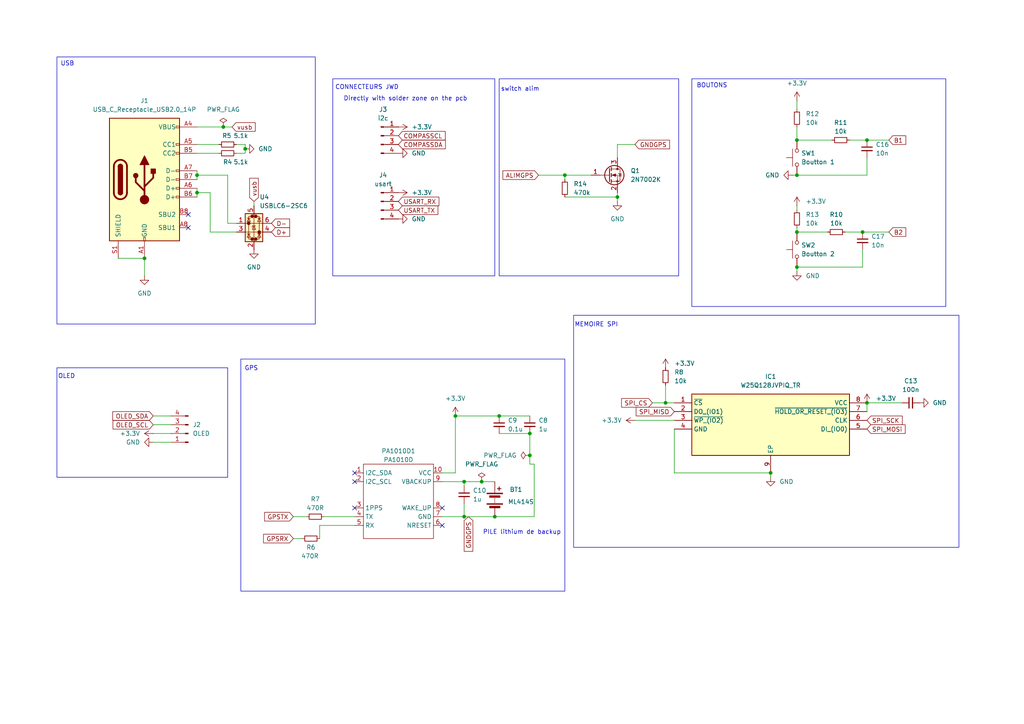
<source format=kicad_sch>
(kicad_sch (version 20231120) (generator "eeschema") (generator_version "8.0")
  (paper "A4")
  (title_block (title "Balise GPS") (date "2024-03-08") (rev "1.0") (company "ENSEA") (comment 1 "Pommery Mathieu"))
  (lib_symbols
    (symbol "Connector:Conn_01x04_Pin" (pin_names (offset 1.016) hide)
      (property "Reference" "J" (at 0 5.08 0))
      (property "Value" "Conn_01x04_Pin" (at 0 -7.62 0))
      (symbol "Conn_01x04_Pin_1_1"
        (polyline (pts (xy 1.27 -5.08) (xy 0.8636 -5.08)) (stroke (width 0.1524)))
        (polyline (pts (xy 1.27 -2.54) (xy 0.8636 -2.54)) (stroke (width 0.1524)))
        (polyline (pts (xy 1.27 0) (xy 0.8636 0)) (stroke (width 0.1524)))
        (polyline (pts (xy 1.27 2.54) (xy 0.8636 2.54)) (stroke (width 0.1524)))
        (rectangle (start 0.8636 -4.953) (end 0 -5.207) (stroke (width 0.1524)) (fill (type outline)))
        (rectangle (start 0.8636 -2.413) (end 0 -2.667) (stroke (width 0.1524)) (fill (type outline)))
        (rectangle (start 0.8636 0.127) (end 0 -0.127) (stroke (width 0.1524)) (fill (type outline)))
        (rectangle (start 0.8636 2.667) (end 0 2.413) (stroke (width 0.1524)) (fill (type outline)))
        (pin passive line (at 5.08 2.54 180) (length 3.81) (name "Pin_1") (number "1"))
        (pin passive line (at 5.08 0 180) (length 3.81) (name "Pin_2") (number "2"))
        (pin passive line (at 5.08 -2.54 180) (length 3.81) (name "Pin_3") (number "3"))
        (pin passive line (at 5.08 -5.08 180) (length 3.81) (name "Pin_4") (number "4"))
      )
    )
    (symbol "Device:Battery" (pin_numbers hide) (pin_names (offset 0) hide)
      (property "Reference" "BT" (at 2.54 2.54 0))
      (property "Value" "Battery" (at 2.54 0 0))
      (symbol "Battery_0_1"
        (rectangle (start -2.286 -1.27) (end 2.286 -1.524) (fill (type outline)))
        (rectangle (start -2.286 1.778) (end 2.286 1.524) (fill (type outline)))
        (rectangle (start -1.524 -2.032) (end 1.524 -2.54) (fill (type outline)))
        (rectangle (start -1.524 1.016) (end 1.524 0.508) (fill (type outline)))
        (polyline (pts (xy 0 -1.016) (xy 0 -0.762)))
        (polyline (pts (xy 0 -0.508) (xy 0 -0.254)))
        (polyline (pts (xy 0 0) (xy 0 0.254)))
        (polyline (pts (xy 0 1.778) (xy 0 2.54)))
        (polyline (pts (xy 0.762 3.048) (xy 1.778 3.048)) (stroke (width 0.254)))
        (polyline (pts (xy 1.27 3.556) (xy 1.27 2.54)) (stroke (width 0.254)))
      )
      (symbol "Battery_1_1"
        (pin passive line (at 0 5.08 270) (length 2.54) (name "+") (number "1"))
        (pin passive line (at 0 -5.08 90) (length 2.54) (name "-") (number "2"))
      )
    )
    (symbol "Device:C_Small" (pin_numbers hide) (pin_names (offset 0.254) hide)
      (property "Reference" "C" (at 0.254 1.778 0))
      (property "Value" "C_Small" (at 0.254 -2.032 0))
      (symbol "C_Small_0_1"
        (polyline (pts (xy -1.524 -0.508) (xy 1.524 -0.508)) (stroke (width 0.3302)))
        (polyline (pts (xy -1.524 0.508) (xy 1.524 0.508)) (stroke (width 0.3048)))
      )
      (symbol "C_Small_1_1"
        (pin passive line (at 0 2.54 270) (length 2.032) (name "~") (number "1"))
        (pin passive line (at 0 -2.54 90) (length 2.032) (name "~") (number "2"))
      )
    )
    (symbol "Device:R_Small" (pin_numbers hide) (pin_names (offset 0.254) hide)
      (property "Reference" "R" (at 0.762 0.508 0))
      (property "Value" "R_Small" (at 0.762 -1.016 0))
      (symbol "R_Small_0_1"
        (rectangle (start -0.762 1.778) (end 0.762 -1.778) (stroke (width 0.2032)))
      )
      (symbol "R_Small_1_1"
        (pin passive line (at 0 2.54 270) (length 0.762) (name "~") (number "1"))
        (pin passive line (at 0 -2.54 90) (length 0.762) (name "~") (number "2"))
      )
    )
    (symbol "LTC4065:USB_C_Receptacle_USB2.0_16P" (pin_names (offset 1.016))
      (property "Reference" "J1" (at 0 22.86 0))
      (property "Value" "USB_C_Receptacle_USB2.0_16P" (at 0 20.32 0))
      (symbol "USB_C_Receptacle_USB2.0_16P_0_0"
        (rectangle (start -0.254 -17.78) (end 0.254 -16.764))
        (rectangle (start 10.16 -4.826) (end 9.144 -5.334))
        (rectangle (start 10.16 -2.286) (end 9.144 -2.794))
        (rectangle (start 10.16 0.254) (end 9.144 -0.254))
        (rectangle (start 10.16 2.794) (end 9.144 2.286))
        (rectangle (start 10.16 7.874) (end 9.144 7.366))
        (rectangle (start 10.16 10.414) (end 9.144 9.906))
        (rectangle (start 10.16 15.494) (end 9.144 14.986))
      )
      (symbol "USB_C_Receptacle_USB2.0_16P_0_1"
        (rectangle (start -10.16 17.78) (end 10.16 -17.78) (stroke (width 0.254)) (fill (type background)))
        (arc (start -8.89 -3.81) (mid -6.985 -5.7067) (end -5.08 -3.81) (stroke (width 0.508)))
        (arc (start -7.62 -3.81) (mid -6.985 -4.4423) (end -6.35 -3.81) (stroke (width 0.254)))
        (arc (start -7.62 -3.81) (mid -6.985 -4.4423) (end -6.35 -3.81) (stroke (width 0.254)) (fill (type outline)))
        (rectangle (start -7.62 -3.81) (end -6.35 3.81) (stroke (width 0.254)) (fill (type outline)))
        (arc (start -6.35 3.81) (mid -6.985 4.4423) (end -7.62 3.81) (stroke (width 0.254)))
        (arc (start -6.35 3.81) (mid -6.985 4.4423) (end -7.62 3.81) (stroke (width 0.254)) (fill (type outline)))
        (arc (start -5.08 3.81) (mid -6.985 5.7067) (end -8.89 3.81) (stroke (width 0.508)))
        (circle (center -2.54 1.143) (radius 0.635) (stroke (width 0.254)) (fill (type outline)))
        (circle (center 0 -5.842) (radius 1.27) (fill (type outline)))
        (polyline (pts (xy -8.89 -3.81) (xy -8.89 3.81)) (stroke (width 0.508)))
        (polyline (pts (xy -5.08 3.81) (xy -5.08 -3.81)) (stroke (width 0.508)))
        (polyline (pts (xy 0 -5.842) (xy 0 4.318)) (stroke (width 0.508)))
        (polyline (pts (xy 0 -3.302) (xy -2.54 -0.762) (xy -2.54 0.508)) (stroke (width 0.508)))
        (polyline (pts (xy 0 -2.032) (xy 2.54 0.508) (xy 2.54 1.778)) (stroke (width 0.508)))
        (polyline (pts (xy -1.27 4.318) (xy 0 6.858) (xy 1.27 4.318) (xy -1.27 4.318)) (stroke (width 0.254)) (fill (type outline)))
        (rectangle (start 1.905 1.778) (end 3.175 3.048) (stroke (width 0.254)) (fill (type outline)))
      )
      (symbol "USB_C_Receptacle_USB2.0_16P_1_1"
        (pin passive line (at 0 -22.86 90) (length 5.08) (name "GND") (number "A1"))
        (pin passive line (at 15.24 15.24 180) (length 5.08) (name "VBUS") (number "A4"))
        (pin bidirectional line (at 15.24 10.16 180) (length 5.08) (name "CC1") (number "A5"))
        (pin bidirectional line (at 15.24 -2.54 180) (length 5.08) (name "D+") (number "A6"))
        (pin bidirectional line (at 15.24 2.54 180) (length 5.08) (name "D-") (number "A7"))
        (pin bidirectional line (at 12.7 -13.97 180) (length 2.54) (name "SBU1") (number "A8"))
        (pin bidirectional line (at 15.24 7.62 180) (length 5.08) (name "CC2") (number "B5"))
        (pin bidirectional line (at 15.24 -5.08 180) (length 5.08) (name "D+") (number "B6"))
        (pin bidirectional line (at 15.24 0 180) (length 5.08) (name "D-") (number "B7"))
        (pin bidirectional line (at 12.7 -10.16 180) (length 2.54) (name "SBU2") (number "B8"))
        (pin passive line (at -7.62 -22.86 90) (length 5.08) (name "SHIELD") (number "S1"))
      )
    )
    (symbol "PA1010D:PA1010D"
      (property "Reference" "PA1010D" (at 0 3.048 0))
      (symbol "PA1010D_0_1"
        (rectangle (start -8.89 0) (end 11.43 -21.59))
      )
      (symbol "PA1010D_1_1"
        (pin input line (at -11.43 -2.54 0) (length 2.54) (name "I2C_SDA") (number "1"))
        (pin power_in line (at 13.97 -2.54 180) (length 2.54) (name "VCC") (number "10"))
        (pin input line (at -11.43 -5.08 0) (length 2.54) (name "I2C_SCL") (number "2"))
        (pin input line (at -11.43 -12.7 0) (length 2.54) (name "1PPS") (number "3"))
        (pin output line (at -11.43 -15.24 0) (length 2.54) (name "TX") (number "4"))
        (pin input line (at -11.43 -17.78 0) (length 2.54) (name "RX") (number "5"))
        (pin input line (at 13.97 -17.78 180) (length 2.54) (name "NRESET") (number "6"))
        (pin power_in line (at 13.97 -15.24 180) (length 2.54) (name "GND") (number "7"))
        (pin input line (at 13.97 -12.7 180) (length 2.54) (name "WAKE_UP") (number "8"))
        (pin power_in line (at 13.97 -5.08 180) (length 2.54) (name "VBACKUP") (number "9"))
      )
    )
    (symbol "Power_Protection:USBLC6-2SC6" (pin_names hide)
      (property "Reference" "U" (at 0.635 5.715 0))
      (property "Value" "USBLC6-2SC6" (at 0.635 3.81 0))
      (symbol "USBLC6-2SC6_0_0"
        (circle (center -1.524 0) (radius 0.0001) (stroke (width 0.508)))
        (circle (center -0.508 -4.572) (radius 0.0001) (stroke (width 0.508)))
        (circle (center -0.508 2.032) (radius 0.0001) (stroke (width 0.508)))
        (circle (center 0.508 -4.572) (radius 0.0001) (stroke (width 0.508)))
        (circle (center 0.508 2.032) (radius 0.0001) (stroke (width 0.508)))
        (circle (center 1.524 -2.54) (radius 0.0001) (stroke (width 0.508)))
      )
      (symbol "USBLC6-2SC6_0_1"
        (polyline (pts (xy -2.54 -2.54) (xy 2.54 -2.54)))
        (polyline (pts (xy -2.54 0) (xy 2.54 0)))
        (polyline (pts (xy -2.032 -3.048) (xy -1.016 -3.048)))
        (polyline (pts (xy -1.016 1.524) (xy -2.032 1.524)))
        (polyline (pts (xy 1.016 -3.048) (xy 2.032 -3.048)))
        (polyline (pts (xy 1.016 1.524) (xy 2.032 1.524)))
        (polyline (pts (xy -0.508 -1.143) (xy -0.508 -0.762) (xy 0.508 -0.762)))
        (polyline (pts (xy -2.032 0.508) (xy -1.016 0.508) (xy -1.524 1.524) (xy -2.032 0.508)))
        (polyline (pts (xy -1.016 -4.064) (xy -2.032 -4.064) (xy -1.524 -3.048) (xy -1.016 -4.064)))
        (polyline (pts (xy 0.508 -1.778) (xy -0.508 -1.778) (xy 0 -0.762) (xy 0.508 -1.778)))
        (polyline (pts (xy 2.032 -4.064) (xy 1.016 -4.064) (xy 1.524 -3.048) (xy 2.032 -4.064)))
        (polyline (pts (xy 2.032 0.508) (xy 1.016 0.508) (xy 1.524 1.524) (xy 2.032 0.508)))
        (polyline (pts (xy 0 2.54) (xy -0.508 2.032) (xy 0.508 2.032) (xy 0 1.524) (xy 0 -4.064) (xy -0.508 -4.572) (xy 0.508 -4.572) (xy 0 -5.08)))
      )
      (symbol "USBLC6-2SC6_1_1"
        (rectangle (start -2.54 2.794) (end 2.54 -5.334) (stroke (width 0.254)) (fill (type background)))
        (polyline (pts (xy -0.508 2.032) (xy -1.524 2.032) (xy -1.524 -4.572) (xy -0.508 -4.572)))
        (polyline (pts (xy 0.508 -4.572) (xy 1.524 -4.572) (xy 1.524 2.032) (xy 0.508 2.032)))
        (pin passive line (at -5.08 0 0) (length 2.54) (name "I/O1") (number "1"))
        (pin passive line (at 0 -7.62 90) (length 2.54) (name "GND") (number "2"))
        (pin passive line (at -5.08 -2.54 0) (length 2.54) (name "I/O2") (number "3"))
        (pin passive line (at 5.08 -2.54 180) (length 2.54) (name "I/O2") (number "4"))
        (pin passive line (at 0 5.08 270) (length 2.54) (name "VBUS") (number "5"))
        (pin passive line (at 5.08 0 180) (length 2.54) (name "I/O1") (number "6"))
      )
    )
    (symbol "Switch:SW_Push" (pin_numbers hide) (pin_names (offset 1.016) hide)
      (property "Reference" "SW" (at 1.27 2.54 0))
      (property "Value" "SW_Push" (at 0 -1.524 0))
      (symbol "SW_Push_0_1"
        (circle (center -2.032 0) (radius 0.508))
        (polyline (pts (xy 0 1.27) (xy 0 3.048)))
        (polyline (pts (xy 2.54 1.27) (xy -2.54 1.27)))
        (circle (center 2.032 0) (radius 0.508))
        (pin passive line (at -5.08 0 0) (length 2.54) (name "1") (number "1"))
        (pin passive line (at 5.08 0 180) (length 2.54) (name "2") (number "2"))
      )
    )
    (symbol "Transistor_FET:2N7002K" (pin_names hide)
      (property "Reference" "Q" (at 5.08 1.905 0))
      (property "Value" "2N7002K" (at 5.08 0 0))
      (symbol "2N7002K_0_1"
        (polyline (pts (xy 0.254 0) (xy -2.54 0)))
        (polyline (pts (xy 0.254 1.905) (xy 0.254 -1.905)) (stroke (width 0.254)))
        (polyline (pts (xy 0.762 -1.27) (xy 0.762 -2.286)) (stroke (width 0.254)))
        (polyline (pts (xy 0.762 0.508) (xy 0.762 -0.508)) (stroke (width 0.254)))
        (polyline (pts (xy 0.762 2.286) (xy 0.762 1.27)) (stroke (width 0.254)))
        (polyline (pts (xy 2.54 2.54) (xy 2.54 1.778)))
        (polyline (pts (xy 2.54 -2.54) (xy 2.54 0) (xy 0.762 0)))
        (polyline (pts (xy 0.762 -1.778) (xy 3.302 -1.778) (xy 3.302 1.778) (xy 0.762 1.778)))
        (polyline (pts (xy 1.016 0) (xy 2.032 0.381) (xy 2.032 -0.381) (xy 1.016 0)) (fill (type outline)))
        (polyline (pts (xy 2.794 0.508) (xy 2.921 0.381) (xy 3.683 0.381) (xy 3.81 0.254)))
        (polyline (pts (xy 3.302 0.381) (xy 2.921 -0.254) (xy 3.683 -0.254) (xy 3.302 0.381)))
        (circle (center 1.651 0) (radius 2.794) (stroke (width 0.254)))
        (circle (center 2.54 -1.778) (radius 0.254) (fill (type outline)))
        (circle (center 2.54 1.778) (radius 0.254) (fill (type outline)))
      )
      (symbol "2N7002K_1_1"
        (pin input line (at -5.08 0 0) (length 2.54) (name "G") (number "1"))
        (pin passive line (at 2.54 -5.08 90) (length 2.54) (name "S") (number "2"))
        (pin passive line (at 2.54 5.08 270) (length 2.54) (name "D") (number "3"))
      )
    )
    (symbol "power:+3.3V" (power) (pin_numbers hide) (pin_names (offset 0) hide)
      (property "Value" "+3.3V" (at 0 3.556 0))
      (symbol "+3.3V_0_1"
        (polyline (pts (xy -0.762 1.27) (xy 0 2.54)))
        (polyline (pts (xy 0 0) (xy 0 2.54)))
        (polyline (pts (xy 0 2.54) (xy 0.762 1.27)))
      )
      (symbol "+3.3V_1_1"
        (pin power_in line (at 0 0 90) (length 0) (name "~") (number "1"))
      )
    )
    (symbol "power:GND" (power) (pin_numbers hide) (pin_names (offset 0) hide)
      (property "Value" "GND" (at 0 -3.81 0))
      (symbol "GND_0_1"
        (polyline (pts (xy 0 0) (xy 0 -1.27) (xy 1.27 -1.27) (xy 0 -2.54) (xy -1.27 -1.27) (xy 0 -1.27)))
      )
      (symbol "GND_1_1"
        (pin power_in line (at 0 0 270) (length 0) (name "~") (number "1"))
      )
    )
    (symbol "power:PWR_FLAG" (power) (pin_numbers hide) (pin_names (offset 0) hide)
      (property "Value" "PWR_FLAG" (at 0 3.81 0))
      (symbol "PWR_FLAG_0_0"
        (pin power_out line (at 0 0 90) (length 0) (name "~") (number "1"))
      )
      (symbol "PWR_FLAG_0_1"
        (polyline (pts (xy 0 0) (xy 0 1.27) (xy -1.016 1.905) (xy 0 2.54) (xy 1.016 1.905) (xy 0 1.27)))
      )
    )
    (symbol "winbond:W25Q128JVPIQ_TR"
      (property "Reference" "IC" (at 52.07 7.62 0))
      (property "Value" "W25Q128JVPIQ_TR" (at 52.07 5.08 0))
      (symbol "W25Q128JVPIQ_TR_1_1"
        (rectangle (start 5.08 2.54) (end 50.8 -15.24) (stroke (width 0.254)) (fill (type background)))
        (pin passive line (at 0 0 0) (length 5.08) (name "~{CS}") (number "1"))
        (pin passive line (at 0 -2.54 0) (length 5.08) (name "DO_(IO1)") (number "2"))
        (pin passive line (at 0 -5.08 0) (length 5.08) (name "~{WP_(IO2)}") (number "3"))
        (pin passive line (at 0 -7.62 0) (length 5.08) (name "GND") (number "4"))
        (pin passive line (at 55.88 -7.62 180) (length 5.08) (name "DI_(IO0)") (number "5"))
        (pin passive line (at 55.88 -5.08 180) (length 5.08) (name "CLK") (number "6"))
        (pin passive line (at 55.88 -2.54 180) (length 5.08) (name "~{HOLD_OR_RESET_(IO3)}") (number "7"))
        (pin passive line (at 55.88 0 180) (length 5.08) (name "VCC") (number "8"))
        (pin passive line (at 27.94 -20.32 90) (length 5.08) (name "EP") (number "9"))
      )
    )
  )
  (junction (at 179.07 57.15))
  (junction (at 231.14 50.8))
  (junction (at 250.19 67.31))
  (junction (at 231.14 77.47))
  (junction (at 153.67 125.73))
  (junction (at 71.12 43.18))
  (junction (at 41.91 74.93))
  (junction (at 223.52 137.16))
  (junction (at 144.78 120.65))
  (junction (at 251.46 40.64))
  (junction (at 143.51 149.86))
  (junction (at 134.62 139.7))
  (junction (at 231.14 67.31))
  (junction (at 57.15 50.8))
  (junction (at 251.46 116.84))
  (junction (at 153.67 132.08))
  (junction (at 57.15 55.88))
  (junction (at 163.83 50.8))
  (junction (at 134.62 149.86))
  (junction (at 64.77 36.83))
  (junction (at 231.14 40.64))
  (junction (at 132.08 120.65))
  (junction (at 193.04 116.84))
  (junction (at 139.7 139.7))
  (no_connect (at 102.87 139.7))
  (no_connect (at 54.61 66.04))
  (no_connect (at 102.87 137.16))
  (no_connect (at 128.27 147.32))
  (no_connect (at 102.87 147.32))
  (no_connect (at 54.61 62.23))
  (no_connect (at 128.27 152.4))
  (wire (pts (xy 179.07 57.15) (xy 179.07 58.42)))
  (wire (pts (xy 154.94 134.62) (xy 154.94 149.86)))
  (wire (pts (xy 66.04 64.77) (xy 66.04 50.8)))
  (wire (pts (xy 231.14 59.69) (xy 231.14 60.96)))
  (wire (pts (xy 57.15 44.45) (xy 63.5 44.45)))
  (wire (pts (xy 163.83 50.8) (xy 163.83 52.07)))
  (wire (pts (xy 68.58 64.77) (xy 66.04 64.77)))
  (wire (pts (xy 41.91 74.93) (xy 41.91 80.01)))
  (wire (pts (xy 134.62 149.86) (xy 143.51 149.86)))
  (wire (pts (xy 231.14 36.83) (xy 231.14 40.64)))
  (wire (pts (xy 92.71 152.4) (xy 102.87 152.4)))
  (wire (pts (xy 60.96 55.88) (xy 57.15 55.88)))
  (wire (pts (xy 229.87 50.8) (xy 231.14 50.8)))
  (wire (pts (xy 231.14 66.04) (xy 231.14 67.31)))
  (wire (pts (xy 57.15 55.88) (xy 57.15 57.15)))
  (wire (pts (xy 193.04 116.84) (xy 193.04 111.76)))
  (wire (pts (xy 128.27 137.16) (xy 132.08 137.16)))
  (wire (pts (xy 57.15 54.61) (xy 57.15 55.88)))
  (wire (pts (xy 57.15 41.91) (xy 63.5 41.91)))
  (wire (pts (xy 68.58 41.91) (xy 71.12 41.91)))
  (wire (pts (xy 154.94 149.86) (xy 143.51 149.86)))
  (wire (pts (xy 153.67 132.08) (xy 153.67 134.62)))
  (wire (pts (xy 92.71 156.21) (xy 92.71 152.4)))
  (wire (pts (xy 231.14 67.31) (xy 240.03 67.31)))
  (wire (pts (xy 163.83 57.15) (xy 179.07 57.15)))
  (wire (pts (xy 44.45 123.19) (xy 49.53 123.19)))
  (wire (pts (xy 60.96 67.31) (xy 60.96 55.88)))
  (wire (pts (xy 251.46 40.64) (xy 257.81 40.64)))
  (wire (pts (xy 128.27 139.7) (xy 134.62 139.7)))
  (wire (pts (xy 132.08 137.16) (xy 132.08 120.65)))
  (wire (pts (xy 57.15 36.83) (xy 64.77 36.83)))
  (wire (pts (xy 132.08 120.65) (xy 144.78 120.65)))
  (wire (pts (xy 231.14 77.47) (xy 231.14 78.74)))
  (wire (pts (xy 245.11 67.31) (xy 250.19 67.31)))
  (wire (pts (xy 153.67 134.62) (xy 154.94 134.62)))
  (wire (pts (xy 71.12 41.91) (xy 71.12 43.18)))
  (wire (pts (xy 93.98 149.86) (xy 102.87 149.86)))
  (wire (pts (xy 179.07 55.88) (xy 179.07 57.15)))
  (wire (pts (xy 68.58 44.45) (xy 71.12 44.45)))
  (wire (pts (xy 134.62 139.7) (xy 134.62 140.97)))
  (wire (pts (xy 184.15 121.92) (xy 195.58 121.92)))
  (wire (pts (xy 66.04 50.8) (xy 57.15 50.8)))
  (wire (pts (xy 44.45 125.73) (xy 49.53 125.73)))
  (wire (pts (xy 189.23 116.84) (xy 193.04 116.84)))
  (wire (pts (xy 251.46 116.84) (xy 261.62 116.84)))
  (wire (pts (xy 223.52 137.16) (xy 223.52 138.43)))
  (wire (pts (xy 134.62 139.7) (xy 139.7 139.7)))
  (wire (pts (xy 73.66 59.69) (xy 73.66 58.42)))
  (wire (pts (xy 184.15 41.91) (xy 179.07 41.91)))
  (wire (pts (xy 250.19 67.31) (xy 257.81 67.31)))
  (wire (pts (xy 250.19 77.47) (xy 231.14 77.47)))
  (wire (pts (xy 64.77 36.83) (xy 67.31 36.83)))
  (wire (pts (xy 246.38 40.64) (xy 251.46 40.64)))
  (wire (pts (xy 57.15 49.53) (xy 57.15 50.8)))
  (wire (pts (xy 144.78 125.73) (xy 153.67 125.73)))
  (wire (pts (xy 139.7 139.7) (xy 143.51 139.7)))
  (wire (pts (xy 179.07 41.91) (xy 179.07 45.72)))
  (wire (pts (xy 163.83 50.8) (xy 171.45 50.8)))
  (wire (pts (xy 57.15 50.8) (xy 57.15 52.07)))
  (wire (pts (xy 251.46 116.84) (xy 251.46 119.38)))
  (wire (pts (xy 34.29 74.93) (xy 41.91 74.93)))
  (wire (pts (xy 153.67 125.73) (xy 153.67 132.08)))
  (wire (pts (xy 195.58 116.84) (xy 193.04 116.84)))
  (wire (pts (xy 85.09 156.21) (xy 87.63 156.21)))
  (wire (pts (xy 68.58 67.31) (xy 60.96 67.31)))
  (wire (pts (xy 144.78 120.65) (xy 153.67 120.65)))
  (wire (pts (xy 195.58 137.16) (xy 195.58 124.46)))
  (wire (pts (xy 223.52 137.16) (xy 195.58 137.16)))
  (wire (pts (xy 134.62 149.86) (xy 134.62 146.05)))
  (wire (pts (xy 85.09 149.86) (xy 88.9 149.86)))
  (wire (pts (xy 44.45 128.27) (xy 49.53 128.27)))
  (wire (pts (xy 251.46 45.72) (xy 251.46 50.8)))
  (wire (pts (xy 71.12 44.45) (xy 71.12 43.18)))
  (wire (pts (xy 250.19 72.39) (xy 250.19 77.47)))
  (wire (pts (xy 231.14 40.64) (xy 241.3 40.64)))
  (wire (pts (xy 156.21 50.8) (xy 163.83 50.8)))
  (wire (pts (xy 251.46 50.8) (xy 231.14 50.8)))
  (wire (pts (xy 128.27 149.86) (xy 134.62 149.86)))
  (wire (pts (xy 231.14 29.21) (xy 231.14 31.75)))
  (wire (pts (xy 44.45 120.65) (xy 49.53 120.65)))
  (rectangle (start 69.85 104.14) (end 163.83 171.45))
  (rectangle (start 200.66 22.86) (end 274.32 88.9))
  (rectangle (start 96.52 22.86) (end 143.51 80.01))
  (rectangle (start 16.51 16.51) (end 91.44 93.98))
  (rectangle (start 144.78 22.86) (end 196.85 80.01))
  (rectangle (start 166.37 91.44) (end 278.13 158.75))
  (rectangle (start 16.51 106.68) (end 66.04 138.43))
  (text "PILE lithium de backup" (at 151.384 154.432 0) (effects (font (size 1.27 1.27))))
  (text "OLED" (at 19.304 109.22 0) (effects (font (size 1.27 1.27))))
  (text "MEMOIRE SPI\n" (at 172.974 94.234 0) (effects (font (size 1.27 1.27))))
  (text "switch alim" (at 150.876 25.908 0) (effects (font (size 1.27 1.27))))
  (text "GPS" (at 72.898 106.934 0) (effects (font (size 1.27 1.27))))
  (text "Directly with solder zone on the pcb" (at 117.602 28.702 0) (effects (font (size 1.27 1.27))))
  (text "USB" (at 19.558 18.542 0) (effects (font (size 1.27 1.27))))
  (text "BOUTONS" (at 206.502 24.892 0) (effects (font (size 1.27 1.27))))
  (text "CONNECTEURS JWD" (at 106.426 25.4 0) (effects (font (size 1.27 1.27))))
  (global_label "SPI_CS" (shape input) (at 189.23 116.84 180) (property "Intersheetrefs" "${INTERSHEET_REFS}" (effects (hide yes))))
  (global_label "USART_RX" (shape input) (at 115.57 58.42 0) (property "Intersheetrefs" "${INTERSHEET_REFS}" (effects (hide yes))))
  (global_label "OLED_SCL" (shape input) (at 44.45 123.19 180) (property "Intersheetrefs" "${INTERSHEET_REFS}" (effects (hide yes))))
  (global_label "GNDGPS" (shape input) (at 135.89 149.86 270) (property "Intersheetrefs" "${INTERSHEET_REFS}" (effects (hide yes))))
  (global_label "GNDGPS" (shape input) (at 184.15 41.91 0) (property "Intersheetrefs" "${INTERSHEET_REFS}" (effects (hide yes))))
  (global_label "COMPASSDA" (shape input) (at 115.57 41.91 0) (property "Intersheetrefs" "${INTERSHEET_REFS}" (effects (hide yes))))
  (global_label "SPI_SCK" (shape input) (at 251.46 121.92 0) (property "Intersheetrefs" "${INTERSHEET_REFS}" (effects (hide yes))))
  (global_label "GPSRX" (shape input) (at 85.09 156.21 180) (property "Intersheetrefs" "${INTERSHEET_REFS}" (effects (hide yes))))
  (global_label "SPI_MISO" (shape input) (at 195.58 119.38 180) (property "Intersheetrefs" "${INTERSHEET_REFS}" (effects (hide yes))))
  (global_label "GPSTX" (shape input) (at 85.09 149.86 180) (property "Intersheetrefs" "${INTERSHEET_REFS}" (effects (hide yes))))
  (global_label "B1" (shape input) (at 257.81 40.64 0) (property "Intersheetrefs" "${INTERSHEET_REFS}" (effects (hide yes))))
  (global_label "D+" (shape input) (at 78.74 67.31 0) (property "Intersheetrefs" "${INTERSHEET_REFS}" (effects (hide yes))))
  (global_label "B2" (shape input) (at 257.81 67.31 0) (property "Intersheetrefs" "${INTERSHEET_REFS}" (effects (hide yes))))
  (global_label "vusb" (shape input) (at 67.31 36.83 0) (property "Intersheetrefs" "${INTERSHEET_REFS}" (effects (hide yes))))
  (global_label "ALIMGPS" (shape input) (at 156.21 50.8 180) (property "Intersheetrefs" "${INTERSHEET_REFS}" (effects (hide yes))))
  (global_label "COMPASSCL" (shape input) (at 115.57 39.37 0) (property "Intersheetrefs" "${INTERSHEET_REFS}" (effects (hide yes))))
  (global_label "USART_TX" (shape input) (at 115.57 60.96 0) (property "Intersheetrefs" "${INTERSHEET_REFS}" (effects (hide yes))))
  (global_label "D-" (shape input) (at 78.74 64.77 0) (property "Intersheetrefs" "${INTERSHEET_REFS}" (effects (hide yes))))
  (global_label "SPI_MOSi" (shape input) (at 251.46 124.46 0) (property "Intersheetrefs" "${INTERSHEET_REFS}" (effects (hide yes))))
  (global_label "OLED_SDA" (shape input) (at 44.45 120.65 180) (property "Intersheetrefs" "${INTERSHEET_REFS}" (effects (hide yes))))
  (global_label "vusb" (shape input) (at 73.66 58.42 90) (property "Intersheetrefs" "${INTERSHEET_REFS}" (effects (hide yes))))
  (symbol (lib_id "power:+3.3V") (at 251.46 116.84 0) (unit 1)
    (property "Reference" "#PWR026" (effects (hide yes)))
    (property "Value" "+3.3V" (at 254 115.5699 0) (effects (justify left)))
    (property "Description" "Power symbol creates a global label with name \"+3.3V\"" (effects (hide yes)))
  )
  (symbol (lib_id "power:PWR_FLAG") (at 153.67 132.08 90) (unit 1)
    (property "Reference" "#FLG05" (effects (hide yes)))
    (property "Value" "PWR_FLAG" (at 149.86 132.0799 90) (effects (justify left)))
    (property "Description" "Special symbol for telling ERC where power comes from" (effects (hide yes)))
  )
  (symbol (lib_id "Device:R_Small") (at 242.57 67.31 90) (unit 1)
    (property "Reference" "R10" (at 242.57 62.23 90))
    (property "Value" "10k" (at 242.57 64.77 90))
    (property "Footprint" "Resistor_SMD:R_0402_1005Metric_Pad0.72x0.64mm_HandSolder" (effects (hide yes)))
    (property "Description" "Resistor, small symbol" (effects (hide yes)))
  )
  (symbol (lib_id "Device:Battery") (at 143.51 144.78 0) (unit 1)
    (property "Reference" "BT1" (at 147.828 141.986 0) (effects (justify left)))
    (property "Value" "ML414S" (at 147.32 145.542 0) (effects (justify left)))
    (property "Footprint" "MS414:MS421R-IV03E" (effects (hide yes)))
    (property "Description" "Multiple-cell battery" (effects (hide yes)))
  )
  (symbol (lib_id "power:+3.3V") (at 44.45 125.73 90) (unit 1)
    (property "Reference" "#PWR011" (effects (hide yes)))
    (property "Value" "+3.3V" (at 40.64 125.7299 90) (effects (justify left)))
    (property "Description" "Power symbol creates a global label with name \"+3.3V\"" (effects (hide yes)))
  )
  (symbol (lib_id "Power_Protection:USBLC6-2SC6") (at 73.66 64.77 0) (unit 1)
    (property "Reference" "U4" (at 75.3111 57.15 0) (effects (justify left)))
    (property "Value" "USBLC6-2SC6" (at 75.3111 59.69 0) (effects (justify left)))
    (property "Footprint" "Package_TO_SOT_SMD:SOT-23-6" (effects (hide yes)))
    (property "Datasheet" "https://www.st.com/resource/en/datasheet/usblc6-2.pdf" (effects (hide yes)))
    (property "Description" "Very low capacitance ESD protection diode, 2 data-line, SOT-23-6" (effects (hide yes)))
  )
  (symbol (lib_id "power:PWR_FLAG") (at 139.7 139.7 0) (unit 1)
    (property "Reference" "#FLG04" (effects (hide yes)))
    (property "Value" "PWR_FLAG" (at 139.7 134.62 0))
    (property "Description" "Special symbol for telling ERC where power comes from" (effects (hide yes)))
  )
  (symbol (lib_id "PA1010D:PA1010D") (at 114.3 134.62 0) (unit 1)
    (property "Reference" "PA1010D1" (at 115.57 130.81 0))
    (property "Value" "PA1010D" (at 115.57 133.35 0))
    (property "Footprint" "PA1010D:PA1010D" (effects (hide yes)))
    (property "Datasheet" "https://drive.google.com/file/d/1O-9RGAwgs2fgtnzJRBa9eB1fAqJt7n_k/view" (effects (hide yes)))
  )
  (symbol (lib_id "power:+3.3V") (at 132.08 120.65 0) (unit 1)
    (property "Reference" "#PWR019" (effects (hide yes)))
    (property "Value" "+3.3V" (at 132.08 115.57 0))
    (property "Description" "Power symbol creates a global label with name \"+3.3V\"" (effects (hide yes)))
  )
  (symbol (lib_id "power:GND") (at 73.66 72.39 0) (unit 1)
    (property "Reference" "#PWR07" (effects (hide yes)))
    (property "Value" "GND" (at 73.66 77.47 0))
    (property "Description" "Power symbol creates a global label with name \"GND\" , ground" (effects (hide yes)))
  )
  (symbol (lib_id "Connector:Conn_01x04_Pin") (at 110.49 58.42 0) (unit 1)
    (property "Reference" "J4" (at 111.125 50.8 0))
    (property "Value" "usart" (at 111.125 53.34 0))
    (property "Footprint" "Connector_JST:JST_SH_BM04B-SRSS-TB_1x04-1MP_P1.00mm_Vertical" (effects (hide yes)))
    (property "Description" "Generic connector, single row, 01x04, script generated" (effects (hide yes)))
  )
  (symbol (lib_id "Device:C_Small") (at 134.62 143.51 0) (unit 1)
    (property "Reference" "C10" (at 137.16 142.2462 0) (effects (justify left)))
    (property "Value" "1u" (at 137.16 144.7862 0) (effects (justify left)))
    (property "Footprint" "Capacitor_SMD:C_0402_1005Metric_Pad0.74x0.62mm_HandSolder" (effects (hide yes)))
    (property "Description" "Unpolarized capacitor, small symbol" (effects (hide yes)))
  )
  (symbol (lib_id "power:GND") (at 266.7 116.84 90) (unit 1)
    (property "Reference" "#PWR034" (effects (hide yes)))
    (property "Value" "GND" (at 270.51 116.8399 90) (effects (justify right)))
    (property "Description" "Power symbol creates a global label with name \"GND\" , ground" (effects (hide yes)))
  )
  (symbol (lib_id "Device:C_Small") (at 251.46 43.18 0) (unit 1)
    (property "Reference" "C16" (at 254 41.9162 0) (effects (justify left)))
    (property "Value" "10n" (at 254 44.4562 0) (effects (justify left)))
    (property "Footprint" "Capacitor_SMD:C_0402_1005Metric_Pad0.74x0.62mm_HandSolder" (effects (hide yes)))
    (property "Description" "Unpolarized capacitor, small symbol" (effects (hide yes)))
  )
  (symbol (lib_id "power:PWR_FLAG") (at 64.77 36.83 0) (unit 1)
    (property "Reference" "#FLG01" (effects (hide yes)))
    (property "Value" "PWR_FLAG" (at 64.77 31.75 0))
    (property "Description" "Special symbol for telling ERC where power comes from" (effects (hide yes)))
  )
  (symbol (lib_id "Device:C_Small") (at 250.19 69.85 0) (unit 1)
    (property "Reference" "C17" (at 252.73 68.5862 0) (effects (justify left)))
    (property "Value" "10n" (at 252.73 71.1262 0) (effects (justify left)))
    (property "Footprint" "Capacitor_SMD:C_0402_1005Metric_Pad0.74x0.62mm_HandSolder" (effects (hide yes)))
    (property "Description" "Unpolarized capacitor, small symbol" (effects (hide yes)))
  )
  (symbol (lib_id "Transistor_FET:2N7002K") (at 176.53 50.8 0) (unit 1)
    (property "Reference" "Q1" (at 182.88 49.5299 0) (effects (justify left)))
    (property "Value" "2N7002K" (at 182.88 52.0699 0) (effects (justify left)))
    (property "Footprint" "2N7002KQB:2N7002KQB" (effects (hide yes)))
    (property "Datasheet" "https://www.mouser.fr/datasheet/2/916/2N7002KQB-2721666.pdf" (effects (hide yes)))
    (property "Description" "2N7002KQBZ" (effects (hide yes)))
  )
  (symbol (lib_id "power:GND") (at 115.57 63.5 90) (unit 1)
    (property "Reference" "#PWR020" (effects (hide yes)))
    (property "Value" "GND" (at 119.38 63.4999 90) (effects (justify right)))
    (property "Description" "Power symbol creates a global label with name \"GND\" , ground" (effects (hide yes)))
  )
  (symbol (lib_id "power:GND") (at 229.87 50.8 270) (unit 1)
    (property "Reference" "#PWR06" (effects (hide yes)))
    (property "Value" "GND" (at 226.06 50.7999 90) (effects (justify right)))
    (property "Description" "Power symbol creates a global label with name \"GND\" , ground" (effects (hide yes)))
  )
  (symbol (lib_id "Connector:Conn_01x04_Pin") (at 110.49 39.37 0) (unit 1)
    (property "Reference" "J3" (at 111.125 31.75 0))
    (property "Value" "i2c" (at 111.125 34.29 0))
    (property "Footprint" "Connector_JST:JST_SH_BM04B-SRSS-TB_1x04-1MP_P1.00mm_Vertical" (effects (hide yes)))
    (property "Description" "Generic connector, single row, 01x04, script generated" (effects (hide yes)))
  )
  (symbol (lib_id "power:GND") (at 231.14 78.74 0) (unit 1)
    (property "Reference" "#PWR028" (effects (hide yes)))
    (property "Value" "GND" (at 233.68 80.0099 0) (effects (justify left)))
    (property "Description" "Power symbol creates a global label with name \"GND\" , ground" (effects (hide yes)))
  )
  (symbol (lib_id "Device:R_Small") (at 163.83 54.61 0) (unit 1)
    (property "Reference" "R14" (at 166.37 53.3399 0) (effects (justify left)))
    (property "Value" "470k" (at 166.37 55.8799 0) (effects (justify left)))
    (property "Footprint" "Resistor_SMD:R_0402_1005Metric_Pad0.72x0.64mm_HandSolder" (effects (hide yes)))
    (property "Description" "Resistor, small symbol" (effects (hide yes)))
  )
  (symbol (lib_id "Device:C_Small") (at 144.78 123.19 0) (unit 1)
    (property "Reference" "C9" (at 147.32 121.9262 0) (effects (justify left)))
    (property "Value" "0.1u" (at 147.32 124.4662 0) (effects (justify left)))
    (property "Footprint" "Capacitor_SMD:C_0402_1005Metric_Pad0.74x0.62mm_HandSolder" (effects (hide yes)))
    (property "Description" "Unpolarized capacitor, small symbol" (effects (hide yes)))
  )
  (symbol (lib_id "winbond:W25Q128JVPIQ_TR") (at 195.58 116.84 0) (unit 1)
    (property "Reference" "IC1" (at 223.52 109.22 0))
    (property "Value" "W25Q128JVPIQ_TR" (at 223.52 111.76 0))
    (property "Footprint" "winbond:SON127P600X500X80-9N-D" (effects (hide yes)))
    (property "Datasheet" "https://www.winbond.com/resource-files/w25q128jv%20revf%2003272018%20plus.pdf" (effects (hide yes)))
    (property "Description" "NOR Flash spiFlash, 3V, 128M-bit, 4Kb Uniform Sector" (effects (hide yes)))
    (property "Height" "0.8" (effects (hide yes)))
    (property "Manufacturer_Name" "Winbond" (effects (hide yes)))
    (property "Manufacturer_Part_Number" "W25Q128JVPIQ TR" (effects (hide yes)))
    (property "Mouser Part Number" "454-W25Q128JVPIQTR" (effects (hide yes)))
    (property "Mouser Price/Stock" "https://www.mouser.co.uk/ProductDetail/Winbond/W25Q128JVPIQ-TR?qs=qSfuJ%252Bfl%2Fd6H7vbXyrDu3w%3D%3D" (effects (hide yes)))
    (property "Arrow Part Number" "W25Q128JVPIQ TR" (effects (hide yes)))
    (property "Arrow Price/Stock" "https://www.arrow.com/en/products/w25q128jvpiqtr/winbond-electronics?utm_currency=USD&region=nac" (effects (hide yes)))
  )
  (symbol (lib_id "power:GND") (at 223.52 138.43 0) (unit 1)
    (property "Reference" "#PWR025" (effects (hide yes)))
    (property "Value" "GND" (at 226.06 139.6999 0) (effects (justify left)))
    (property "Description" "Power symbol creates a global label with name \"GND\" , ground" (effects (hide yes)))
  )
  (symbol (lib_id "Switch:SW_Push") (at 231.14 45.72 90) (unit 1)
    (property "Reference" "SW1" (at 232.41 44.4499 90) (effects (justify right)))
    (property "Value" "Boutton 1" (at 232.41 46.9899 90) (effects (justify right)))
    (property "Footprint" "PTS840:SW_PTS840" (effects (hide yes)))
    (property "Datasheet" "https://www.ckswitches.com/media/1477/pts840.pdf" (effects (hide yes)))
    (property "Description" "PTS340GKSMTRLF" (effects (hide yes)))
  )
  (symbol (lib_id "Device:R_Small") (at 231.14 63.5 0) (unit 1)
    (property "Reference" "R13" (at 233.68 62.2299 0) (effects (justify left)))
    (property "Value" "10k" (at 233.68 64.7699 0) (effects (justify left)))
    (property "Footprint" "Resistor_SMD:R_0402_1005Metric_Pad0.72x0.64mm_HandSolder" (effects (hide yes)))
    (property "Description" "Resistor, small symbol" (effects (hide yes)))
  )
  (symbol (lib_id "Device:C_Small") (at 264.16 116.84 90) (unit 1)
    (property "Reference" "C13" (at 264.1663 110.49 90))
    (property "Value" "100n" (at 264.1663 113.03 90))
    (property "Footprint" "Capacitor_SMD:C_0402_1005Metric_Pad0.74x0.62mm_HandSolder" (effects (hide yes)))
    (property "Description" "Unpolarized capacitor, small symbol" (effects (hide yes)))
  )
  (symbol (lib_id "power:GND") (at 71.12 43.18 90) (unit 1)
    (property "Reference" "#PWR08" (effects (hide yes)))
    (property "Value" "GND" (at 74.93 43.1799 90) (effects (justify right)))
    (property "Description" "Power symbol creates a global label with name \"GND\" , ground" (effects (hide yes)))
  )
  (symbol (lib_id "power:GND") (at 41.91 80.01 0) (unit 1)
    (property "Reference" "#PWR09" (effects (hide yes)))
    (property "Value" "GND" (at 41.91 85.09 0))
    (property "Description" "Power symbol creates a global label with name \"GND\" , ground" (effects (hide yes)))
  )
  (symbol (lib_id "Connector:Conn_01x04_Pin") (at 54.61 125.73 180) (unit 1)
    (property "Reference" "J2" (at 55.88 123.1899 0) (effects (justify right)))
    (property "Value" "OLED" (at 55.88 125.7299 0) (effects (justify right)))
    (property "Footprint" "Connector_PinSocket_2.54mm:PinSocket_1x04_P2.54mm_Vertical" (effects (hide yes)))
    (property "Description" "Generic connector, single row, 01x04, script generated" (effects (hide yes)))
  )
  (symbol (lib_id "power:+3.3V") (at 115.57 55.88 270) (unit 1)
    (property "Reference" "#PWR017" (effects (hide yes)))
    (property "Value" "+3.3V" (at 119.38 55.8799 90) (effects (justify left)))
    (property "Description" "Power symbol creates a global label with name \"+3.3V\"" (effects (hide yes)))
  )
  (symbol (lib_id "Device:C_Small") (at 153.67 123.19 0) (unit 1)
    (property "Reference" "C8" (at 156.21 121.9262 0) (effects (justify left)))
    (property "Value" "1u" (at 156.21 124.4662 0) (effects (justify left)))
    (property "Footprint" "Capacitor_SMD:C_0402_1005Metric_Pad0.74x0.62mm_HandSolder" (effects (hide yes)))
    (property "Description" "Unpolarized capacitor, small symbol" (effects (hide yes)))
  )
  (symbol (lib_id "power:+3.3V") (at 115.57 36.83 270) (unit 1)
    (property "Reference" "#PWR016" (effects (hide yes)))
    (property "Value" "+3.3V" (at 119.38 36.8299 90) (effects (justify left)))
    (property "Description" "Power symbol creates a global label with name \"+3.3V\"" (effects (hide yes)))
  )
  (symbol (lib_id "power:+3.3V") (at 184.15 121.92 90) (unit 1)
    (property "Reference" "#PWR027" (effects (hide yes)))
    (property "Value" "+3.3V" (at 180.34 121.9199 90) (effects (justify left)))
    (property "Description" "Power symbol creates a global label with name \"+3.3V\"" (effects (hide yes)))
  )
  (symbol (lib_id "Device:R_Small") (at 193.04 109.22 180) (unit 1)
    (property "Reference" "R8" (at 195.58 107.9499 0) (effects (justify right)))
    (property "Value" "10k" (at 195.58 110.4899 0) (effects (justify right)))
    (property "Footprint" "Resistor_SMD:R_0402_1005Metric_Pad0.72x0.64mm_HandSolder" (effects (hide yes)))
    (property "Description" "Resistor, small symbol" (effects (hide yes)))
  )
  (symbol (lib_id "Switch:SW_Push") (at 231.14 72.39 90) (unit 1)
    (property "Reference" "SW2" (at 232.41 71.1199 90) (effects (justify right)))
    (property "Value" "Boutton 2" (at 232.41 73.6599 90) (effects (justify right)))
    (property "Footprint" "PTS840:SW_PTS840" (effects (hide yes)))
    (property "Datasheet" "https://www.ckswitches.com/media/1477/pts840.pdf" (effects (hide yes)))
    (property "Description" "PTS840GKSMTRLF" (effects (hide yes)))
  )
  (symbol (lib_id "power:+3.3V") (at 231.14 29.21 0) (unit 1)
    (property "Reference" "#PWR05" (effects (hide yes)))
    (property "Value" "+3.3V" (at 231.14 24.13 0))
    (property "Description" "Power symbol creates a global label with name \"+3.3V\"" (effects (hide yes)))
  )
  (symbol (lib_id "power:GND") (at 44.45 128.27 270) (unit 1)
    (property "Reference" "#PWR010" (effects (hide yes)))
    (property "Value" "GND" (at 40.64 128.2699 90) (effects (justify right)))
    (property "Description" "Power symbol creates a global label with name \"GND\" , ground" (effects (hide yes)))
  )
  (symbol (lib_id "Device:R_Small") (at 91.44 149.86 90) (unit 1)
    (property "Reference" "R7" (at 91.44 144.78 90))
    (property "Value" "470R" (at 91.44 147.32 90))
    (property "Footprint" "Resistor_SMD:R_0402_1005Metric_Pad0.72x0.64mm_HandSolder" (effects (hide yes)))
    (property "Description" "Resistor, small symbol" (effects (hide yes)))
  )
  (symbol (lib_id "Device:R_Small") (at 231.14 34.29 0) (unit 1)
    (property "Reference" "R12" (at 233.68 33.0199 0) (effects (justify left)))
    (property "Value" "10k" (at 233.68 35.5599 0) (effects (justify left)))
    (property "Footprint" "Resistor_SMD:R_0402_1005Metric_Pad0.72x0.64mm_HandSolder" (effects (hide yes)))
    (property "Description" "Resistor, small symbol" (effects (hide yes)))
  )
  (symbol (lib_id "power:+3.3V") (at 231.14 59.69 0) (unit 1)
    (property "Reference" "#PWR029" (effects (hide yes)))
    (property "Value" "+3.3V" (at 233.68 58.4199 0) (effects (justify left)))
    (property "Description" "Power symbol creates a global label with name \"+3.3V\"" (effects (hide yes)))
  )
  (symbol (lib_id "Device:R_Small") (at 66.04 41.91 90) (unit 1)
    (property "Reference" "R5" (at 65.786 39.37 90))
    (property "Value" "5.1k" (at 69.85 39.37 90))
    (property "Footprint" "Resistor_SMD:R_0402_1005Metric_Pad0.72x0.64mm_HandSolder" (effects (hide yes)))
    (property "Description" "Resistor, small symbol" (effects (hide yes)))
  )
  (symbol (lib_id "Device:R_Small") (at 90.17 156.21 270) (unit 1)
    (property "Reference" "R6" (at 90.17 158.75 90))
    (property "Value" "470R" (at 89.916 161.29 90))
    (property "Footprint" "Resistor_SMD:R_0402_1005Metric_Pad0.72x0.64mm_HandSolder" (effects (hide yes)))
    (property "Description" "Resistor, small symbol" (effects (hide yes)))
  )
  (symbol (lib_id "power:GND") (at 179.07 58.42 0) (unit 1)
    (property "Reference" "#PWR033" (effects (hide yes)))
    (property "Value" "GND" (at 179.07 63.5 0))
    (property "Description" "Power symbol creates a global label with name \"GND\" , ground" (effects (hide yes)))
  )
  (symbol (lib_id "power:+3.3V") (at 193.04 106.68 0) (unit 1)
    (property "Reference" "#PWR024" (effects (hide yes)))
    (property "Value" "+3.3V" (at 195.58 105.4099 0) (effects (justify left)))
    (property "Description" "Power symbol creates a global label with name \"+3.3V\"" (effects (hide yes)))
  )
  (symbol (lib_id "Device:R_Small") (at 243.84 40.64 90) (unit 1)
    (property "Reference" "R11" (at 243.84 35.56 90))
    (property "Value" "10k" (at 243.84 38.1 90))
    (property "Footprint" "Resistor_SMD:R_0402_1005Metric_Pad0.72x0.64mm_HandSolder" (effects (hide yes)))
    (property "Description" "Resistor, small symbol" (effects (hide yes)))
  )
  (symbol (lib_id "LTC4065:USB_C_Receptacle_USB2.0_16P") (at 41.91 52.07 0) (unit 1)
    (property "Reference" "J1" (at 41.91 29.21 0))
    (property "Value" "USB_C_Receptacle_USB2.0_14P" (at 41.91 31.75 0))
    (property "Footprint" "vraieusbwurth:USBC-WURTH" (effects (hide yes)))
    (property "Datasheet" "https://www.we-online.com/components/products/datasheet/629722000214.pdf" (effects (hide yes)))
    (property "Description" "USB 2.0-only 16p Type-C Receptacle connector" (effects (hide yes)))
  )
  (symbol (lib_id "power:GND") (at 115.57 44.45 90) (unit 1)
    (property "Reference" "#PWR021" (effects (hide yes)))
    (property "Value" "GND" (at 119.38 44.4499 90) (effects (justify right)))
    (property "Description" "Power symbol creates a global label with name \"GND\" , ground" (effects (hide yes)))
  )
  (symbol (lib_id "Device:R_Small") (at 66.04 44.45 90) (unit 1)
    (property "Reference" "R4" (at 66.04 46.99 90))
    (property "Value" "5.1k" (at 69.85 46.99 90))
    (property "Footprint" "Resistor_SMD:R_0402_1005Metric_Pad0.72x0.64mm_HandSolder" (effects (hide yes)))
    (property "Description" "Resistor, small symbol" (effects (hide yes)))
  )
)
</source>
